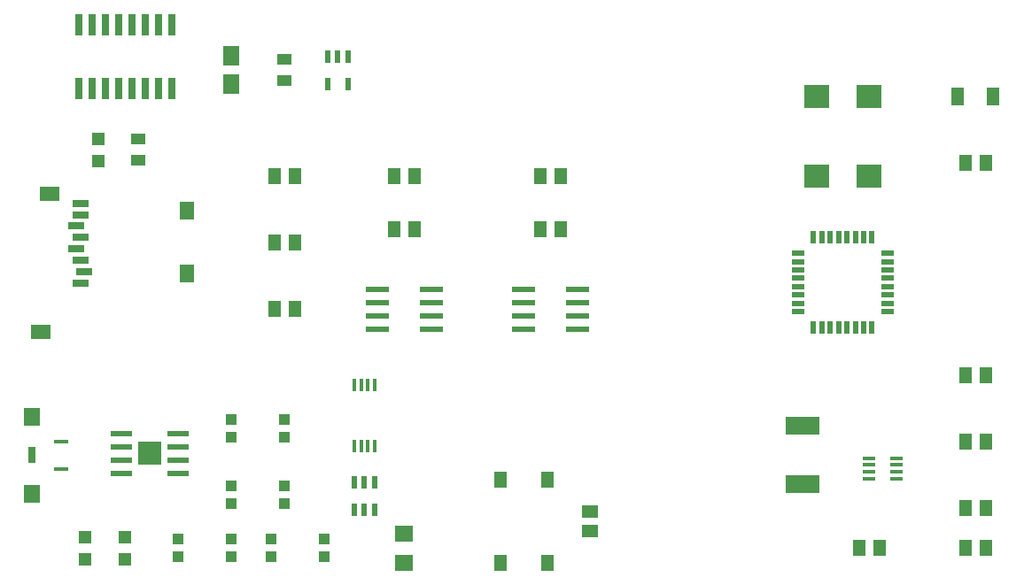
<source format=gbr>
G04 EAGLE Gerber RS-274X export*
G75*
%MOMM*%
%FSLAX34Y34*%
%LPD*%
%INSolderpaste Top*%
%IPPOS*%
%AMOC8*
5,1,8,0,0,1.08239X$1,22.5*%
G01*
%ADD10R,2.368000X2.203600*%
%ADD11R,1.200000X1.700000*%
%ADD12R,1.270000X0.558800*%
%ADD13R,0.558800X1.270000*%
%ADD14R,1.300000X1.500000*%
%ADD15R,2.200000X0.600000*%
%ADD16R,1.200000X0.400000*%
%ADD17R,3.200000X1.800000*%
%ADD18R,2.057400X0.609600*%
%ADD19R,2.286000X2.286000*%
%ADD20R,1.200000X1.200000*%
%ADD21R,1.000000X1.100000*%
%ADD22R,1.800000X1.600000*%
%ADD23R,0.550000X1.200000*%
%ADD24R,0.350000X1.200000*%
%ADD25R,1.450000X0.400000*%
%ADD26R,1.500000X1.800000*%
%ADD27R,0.700000X1.500000*%
%ADD28R,0.660400X2.032000*%
%ADD29R,1.900000X1.400000*%
%ADD30R,1.400000X1.800000*%
%ADD31R,1.500000X0.700000*%
%ADD32R,1.500000X1.950000*%
%ADD33R,1.400000X1.100000*%
%ADD34R,1.300000X1.550000*%
%ADD35R,1.500000X1.300000*%


D10*
X824812Y406400D03*
X775388Y406400D03*
X775388Y482600D03*
X824812Y482600D03*
D11*
X910100Y482600D03*
X944100Y482600D03*
D12*
X757174Y332800D03*
X757174Y324800D03*
X757174Y316800D03*
X757174Y308800D03*
X757174Y300800D03*
X757174Y292800D03*
X757174Y284800D03*
X757174Y276800D03*
D13*
X772100Y261874D03*
X780100Y261874D03*
X788100Y261874D03*
X796100Y261874D03*
X804100Y261874D03*
X812100Y261874D03*
X820100Y261874D03*
X828100Y261874D03*
D12*
X843026Y276800D03*
X843026Y284800D03*
X843026Y292800D03*
X843026Y300800D03*
X843026Y308800D03*
X843026Y316800D03*
X843026Y324800D03*
X843026Y332800D03*
D13*
X828100Y347726D03*
X820100Y347726D03*
X812100Y347726D03*
X804100Y347726D03*
X796100Y347726D03*
X788100Y347726D03*
X780100Y347726D03*
X772100Y347726D03*
D14*
X936600Y419100D03*
X917600Y419100D03*
D15*
X355000Y285750D03*
X407000Y285750D03*
X355000Y298450D03*
X355000Y273050D03*
X355000Y260350D03*
X407000Y298450D03*
X407000Y273050D03*
X407000Y260350D03*
D14*
X257200Y342900D03*
X276200Y342900D03*
X276200Y279400D03*
X257200Y279400D03*
D16*
X825200Y136750D03*
X851200Y136750D03*
X825200Y130250D03*
X825200Y123750D03*
X825200Y117250D03*
X851200Y117250D03*
X851200Y123750D03*
X851200Y130250D03*
D14*
X917600Y50800D03*
X936600Y50800D03*
X936600Y88900D03*
X917600Y88900D03*
X936600Y152400D03*
X917600Y152400D03*
X917600Y215900D03*
X936600Y215900D03*
X835000Y50800D03*
X816000Y50800D03*
D17*
X762000Y111700D03*
X762000Y167700D03*
D14*
X257200Y406400D03*
X276200Y406400D03*
D15*
X494700Y285750D03*
X546700Y285750D03*
X494700Y298450D03*
X494700Y273050D03*
X494700Y260350D03*
X546700Y298450D03*
X546700Y273050D03*
X546700Y260350D03*
D14*
X371500Y406400D03*
X390500Y406400D03*
X511200Y406400D03*
X530200Y406400D03*
X511200Y355600D03*
X530200Y355600D03*
X371500Y355600D03*
X390500Y355600D03*
D18*
X110776Y160400D03*
X110776Y147700D03*
X110776Y135000D03*
X110776Y122300D03*
X164624Y122300D03*
X164624Y135000D03*
X164624Y147700D03*
X164624Y160400D03*
D19*
X137700Y141350D03*
D20*
X76200Y61300D03*
X76200Y40300D03*
X114300Y61300D03*
X114300Y40300D03*
D21*
X215900Y156600D03*
X215900Y173600D03*
X266700Y156600D03*
X266700Y173600D03*
D22*
X381000Y36800D03*
X381000Y64800D03*
D21*
X254000Y42300D03*
X254000Y59300D03*
D23*
X333400Y87330D03*
X342900Y87330D03*
X352400Y87330D03*
X352400Y113330D03*
X342900Y113330D03*
X333400Y113330D03*
D21*
X266700Y110100D03*
X266700Y93100D03*
D24*
X333150Y148550D03*
X339650Y148550D03*
X346150Y148550D03*
X352650Y148550D03*
X352650Y207050D03*
X346150Y207050D03*
X339650Y207050D03*
X333150Y207050D03*
D21*
X304800Y42300D03*
X304800Y59300D03*
X215900Y93100D03*
X215900Y110100D03*
X215900Y59300D03*
X215900Y42300D03*
X165100Y59300D03*
X165100Y42300D03*
D25*
X52650Y152700D03*
X52650Y126700D03*
D26*
X25400Y176540D03*
D27*
X25400Y139700D03*
D26*
X25400Y102860D03*
D28*
X69850Y489966D03*
X69850Y551434D03*
X82550Y489966D03*
X95250Y489966D03*
X82550Y551434D03*
X95250Y551434D03*
X107950Y489966D03*
X107950Y551434D03*
X120650Y489966D03*
X120650Y551434D03*
X133350Y489966D03*
X146050Y489966D03*
X133350Y551434D03*
X146050Y551434D03*
X158750Y489966D03*
X158750Y551434D03*
D29*
X42400Y389700D03*
X33400Y257700D03*
D30*
X173400Y373700D03*
X173400Y313700D03*
D31*
X71400Y380700D03*
X71400Y369700D03*
X67400Y358700D03*
X71400Y347700D03*
X67400Y336700D03*
X71400Y325700D03*
X75400Y314700D03*
X71400Y303700D03*
D23*
X327000Y521000D03*
X317500Y521000D03*
X308000Y521000D03*
X308000Y495000D03*
X327000Y495000D03*
D32*
X215900Y494250D03*
X215900Y521750D03*
D33*
X266700Y518000D03*
X266700Y498000D03*
D20*
X88900Y421300D03*
X88900Y442300D03*
D33*
X127000Y441800D03*
X127000Y421800D03*
D34*
X517800Y115950D03*
X517800Y36450D03*
X472800Y115950D03*
X472800Y36450D03*
D35*
X558800Y66700D03*
X558800Y85700D03*
M02*

</source>
